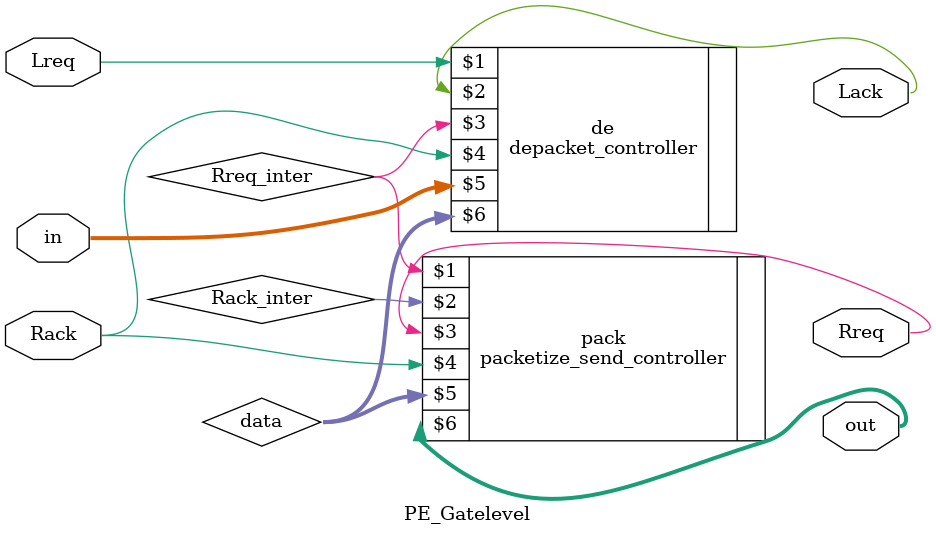
<source format=sv>
`timescale 1ns/1fs

module PE_Gatelevel(
input Lreq,
output Lack,
output Rreq,
input  Rack,
input [34:0]in,
output [34:0]out
);

logic Rreq_inter;
logic [34:0]data;

depacket_controller de(Lreq,Lack,Rreq_inter,Rack,in,data);
packetize_send_controller pack(Rreq_inter,Rack_inter,Rreq,Rack,data,out);

endmodule
</source>
